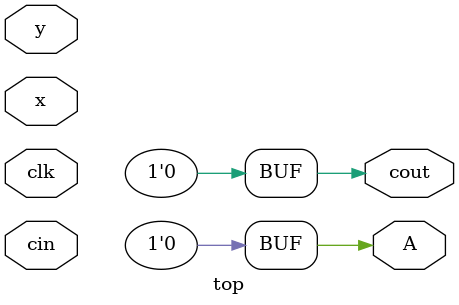
<source format=v>
module top
(
 input x,
 input y,
 input cin,
 input clk,

 output reg A,
 output reg cout
 );

 initial begin
    A = 0;
    cout = 0;
 end

`ifndef BUG
 assign    A =  y + cin;
 assign   cout =  y + A;

`else
assign {cout,A} =  cin - y * x;
`endif

endmodule

</source>
